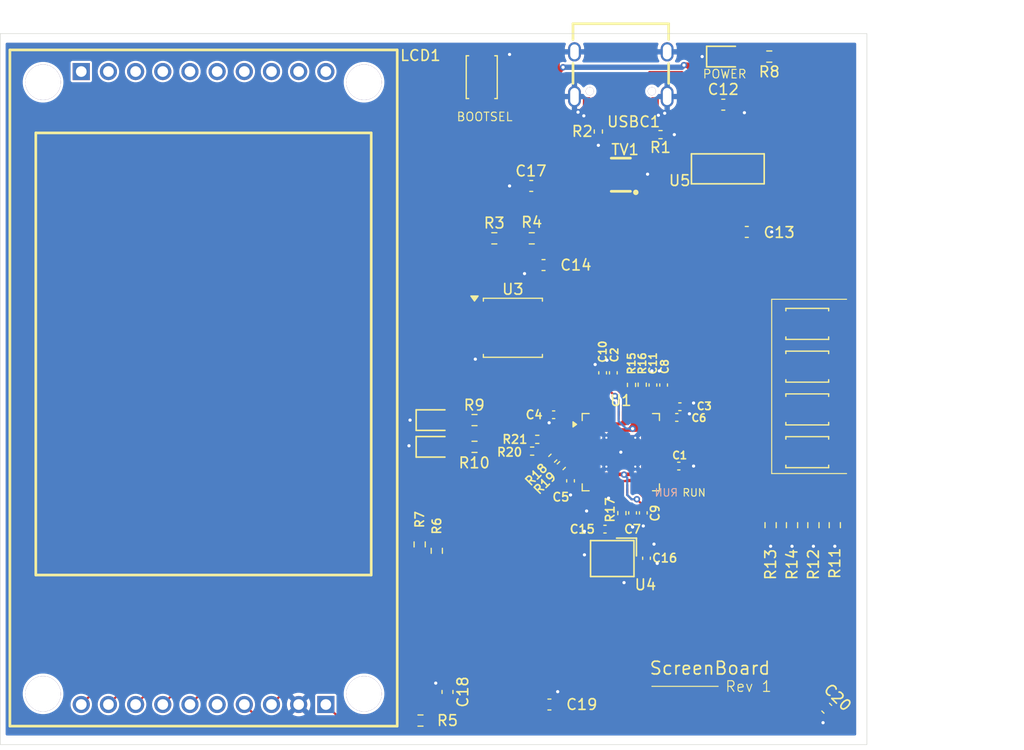
<source format=kicad_pcb>
(kicad_pcb (version 20241229) (generator "pcbnew") (generator_version "9.0")
  (layers (0 "F.Cu" signal) (2 "B.Cu" signal) (13 "F.Paste" user) (15 "B.Paste" user) (5 "F.SilkS" user "F.Silkscreen") (7 "B.SilkS" user "B.Silkscreen") (1 "F.Mask" user) (3 "B.Mask" user) (25 "Edge.Cuts" user))
  (net 0 "")
  (net 1 "GND")
  (net 2 "Net-(D1-Pad2)")
  (net 3 "Net-(D2-Pad2)")
  (net 4 "Net-(D3-Pad2)")
  (net 5 "Net-(LCD1-FCS-Pad14)")
  (net 6 "/LCDCS")
  (net 7 "/LCDDC")
  (net 8 "/SPI0TX")
  (net 11 "+3V3")
  (net 12 "/LCDBLK")
  (net 16 "/LCDRES")
  (net 17 "/SPI0SCK")
  (net 24 "/USBBOOT")
  (net 25 "Net-(S2-B)")
  (net 26 "/GPIO_B1")
  (net 27 "/GPIO_B2")
  (net 28 "Net-(S3-B)")
  (net 29 "/GPIO_B3")
  (net 30 "Net-(S4-B)")
  (net 31 "Net-(S5-B)")
  (net 32 "/GPIO_B4")
  (net 34 "VBUS")
  (net 36 "/USB_D-")
  (net 37 "/USB_D+")
  (net 40 "/QSPI_SS")
  (net 44 "/QSPI_IO3")
  (net 45 "Net-(U1-USB_DM)")
  (net 46 "Net-(U1-USB_DP)")
  (net 48 "+1V1")
  (net 52 "/XOUT")
  (net 55 "/GPIO_LED1")
  (net 59 "/QSPI_CLK")
  (net 60 "/QSPI_IO2")
  (net 62 "/QSPI_IO1")
  (net 66 "/XIN")
  (net 67 "/QSPI_IO0")
  (net 69 "/GPIO_LED2")
  (net 71 "Net-(C16-Pad2)")
  (net 72 "Net-(USBC1-CC2)")
  (net 74 "Net-(USBC1-CC1)")
  (net 76 "Net-(U1-GPIO5)")
  (net 77 "Net-(U1-GPIO6)")
  (net 78 "Net-(U1-GPIO3)")
  (net 79 "Net-(U1-GPIO2)")
  (footprint "PCM_JLCPCB:D_0805" (layer "F.Cu") (at 145.06 105.5)
    (property "Reference" "D3" (hide yes))
    (property "Value" "White")
  )
  (footprint "Capacitor_SMD:C_0603_1608Metric" (layer "F.Cu") (at 155.825 129.6)
    (property "Reference" "C19")
    (property "Value" "1u")
  )
  (footprint "Resistor_SMD:R_0402_1005Metric" (layer "F.Cu") (at 166.21 76.3)
    (property "Reference" "R1")
    (property "Value" "5.1K")
  )
  (footprint "Resistor_SMD:R_0603_1608Metric" (layer "F.Cu") (at 178.5 112.825 -90)
    (property "Reference" "R14")
    (property "Value" "1k")
  )
  (footprint "Resistor_SMD:R_0603_1608Metric" (layer "F.Cu") (at 176.375 69 180)
    (property "Reference" "R8")
    (property "Value" "150")
  )
  (footprint "Capacitor_SMD:C_0402_1005Metric" (layer "F.Cu") (at 156.22 102.5 180)
    (property "Reference" "C4")
    (property "Value" "100n")
  )
  (footprint "Capacitor_SMD:C_0402_1005Metric" (layer "F.Cu") (at 168.02 101.75)
    (property "Reference" "C3")
    (property "Value" "100n")
  )
  (footprint "Capacitor_SMD:C_0402_1005Metric" (layer "F.Cu") (at 163.6 111.68 -90)
    (property "Reference" "C7")
    (property "Value" "100n")
  )
  (footprint "Capacitor_SMD:C_0603_1608Metric" (layer "F.Cu") (at 181.748008 129.948008 -45)
    (property "Reference" "C20")
    (property "Value" "10u")
  )
  (footprint "PCM_JLCPCB:D_0805" (layer "F.Cu") (at 172.21 69)
    (property "Reference" "D1" (hide yes))
    (property "Value" "White")
  )
  (footprint "Capacitor_SMD:C_0603_1608Metric" (layer "F.Cu") (at 146.3 128.425 -90)
    (property "Reference" "C18")
    (property "Value" "100n")
  )
  (footprint "Capacitor_SMD:C_0402_1005Metric" (layer "F.Cu") (at 167.92 107.3)
    (property "Reference" "C1")
    (property "Value" "100n")
  )
  (footprint "Capacitor_SMD:C_0402_1005Metric" (layer "F.Cu") (at 164.9 115.92 90)
    (property "Reference" "C16")
    (property "Value" "15p")
  )
  (footprint "PCM_JLCPCB:D_0805" (layer "F.Cu") (at 145.06 103)
    (property "Reference" "D2" (hide yes))
    (property "Value" "White")
  )
  (footprint "Resistor_SMD:R_0402_1005Metric" (layer "F.Cu") (at 163.5 99.71 -90)
    (property "Reference" "R15")
    (property "Value" "27" (hide yes))
  )
  (footprint "Resistor_SMD:R_0603_1608Metric" (layer "F.Cu") (at 148.825 103 180)
    (property "Reference" "R9")
    (property "Value" "150")
  )
  (footprint "Resistor_SMD:R_0402_1005Metric" (layer "F.Cu") (at 154.21 105.9 180)
    (property "Reference" "R20")
    (property "Value" "33")
  )
  (footprint "Capacitor_SMD:C_0603_1608Metric" (layer "F.Cu") (at 174.275 85.4)
    (property "Reference" "C13")
    (property "Value" "10uF")
  )
  (footprint "Resistor_SMD:R_0402_1005Metric" (layer "F.Cu") (at 156.139376 106.560624 -135)
    (property "Reference" "R18")
    (property "Value" "33")
  )
  (footprint "Resistor_SMD:R_0603_1608Metric" (layer "F.Cu") (at 154.175 86 180)
    (property "Reference" "R4")
    (property "Value" "10k")
  )
  (footprint "easyeda2kicad:USB-C_SMD-TYPE-C-31-M-12_1" (layer "F.Cu") (at 162.5 71.0275 180)
    (property "Reference" "USBC1")
    (property "Value" "TYPE-C-31-M-12")
  )
  (footprint "Resistor_SMD:R_0603_1608Metric" (layer "F.Cu") (at 176.5 112.825 -90)
    (property "Reference" "R13")
    (property "Value" "1k")
  )
  (footprint "Resistor_SMD:R_0402_1005Metric" (layer "F.Cu") (at 156.939376 107.260624 -135)
    (property "Reference" "R19")
    (property "Value" "33")
  )
  (footprint "Capacitor_SMD:C_0402_1005Metric" (layer "F.Cu") (at 165.5 99.72 90)
    (property "Reference" "C11")
    (property "Value" "1u")
  )
  (footprint "easyeda2kicad:SOT-23-6_L2.9-W1.6-P0.95-LS2.8-BR" (layer "F.Cu") (at 162.5 80.05)
    (property "Reference" "TV1")
    (property "Value" "SRV05-4-P-T7")
  )
  (footprint "Capacitor_SMD:C_0603_1608Metric" (layer "F.Cu") (at 154.125 81.1 180)
    (property "Reference" "C17")
    (property "Value" "10u")
  )
  (footprint "Capacitor_SMD:C_0402_1005Metric" (layer "F.Cu") (at 167.73 102.75)
    (property "Reference" "C6")
    (property "Value" "100n")
  )
  (footprint "easyeda2kicad:CRYSTAL-SMD_4P-L3.2-W2.5-BL" (layer "F.Cu") (at 161.7 115.95 180)
    (property "Reference" "U4")
    (property "Value" "ABM8-272-T3_C20625731")
  )
  (footprint "Capacitor_SMD:C_0402_1005Metric" (layer "F.Cu") (at 161.8 98.58 90)
    (property "Reference" "C2")
    (property "Value" "100n")
  )
  (footprint "Resistor_SMD:R_0402_1005Metric" (layer "F.Cu") (at 154.69 104.8 180)
    (property "Reference" "R21")
    (property "Value" "33")
  )
  (footprint "Resistor_SMD:R_0603_1608Metric" (layer "F.Cu") (at 143.7 114.625 -90)
    (property "Reference" "R7")
    (property "Value" "10k")
  )
  (footprint "Package_DFN_QFN:QFN-56-1EP_7x7mm_P0.4mm_EP3.2x3.2mm_ThermalVias" (layer "F.Cu") (at 162.5 106)
    (property "Reference" "U1")
    (property "Value" "RP2040")
  )
  (footprint "Resistor_SMD:R_0603_1608Metric" (layer "F.Cu") (at 182.5 112.825 -90)
    (property "Reference" "R11")
    (property "Value" "1k")
  )
  (footprint "Capacitor_SMD:C_0603_1608Metric" (layer "F.Cu") (at 172.075 73.5)
    (property "Reference" "C12")
    (property "Value" "10uF")
  )
  (footprint "easyeda2kicad:LCD-TH_HS20S010B" (layer "F.Cu") (at 123.5 100)
    (property "Reference" "LCD1")
    (property "Value" "HS20S010B")
  )
  (footprint "PCM_JLCPCB:SW_TS-1088-AR02016" (layer "F.Cu") (at 179.925 98)
    (property "Reference" "S4" (hide yes))
    (property "Value" "Tactile Button, 160gf")
  )
  (footprint "PCM_JLCPCB:SW_TS-1088-AR02016" (layer "F.Cu") (at 149.5 70.925 -90)
    (property "Reference" "S1" (hide yes))
    (property "Value" "Tactile Button, 160gf")
  )
  (footprint "Capacitor_SMD:C_0402_1005Metric" (layer "F.Cu") (at 166.5 99.72 90)
    (property "Reference" "C8")
    (property "Value" "1u")
  )
  (footprint "PCM_JLCPCB:SW_TS-1088-AR02016" (layer "F.Cu") (at 179.925 102)
    (property "Reference" "S3" (hide yes))
    (property "Value" "Tactile Button, 160gf")
  )
  (footprint "Resistor_SMD:R_0603_1608Metric" (layer "F.Cu") (at 150.675 86)
    (property "Reference" "R3")
    (property "Value" "1k")
  )
  (footprint "easyeda2kicad:SOT-223_L6.5-W3.5-P2.30-LS7.0-BR" (layer "F.Cu") (at 172.5 79.5 90)
    (property "Reference" "U5")
    (property "Value" "NCP1117LPST33T3G")
  )
  (footprint "Capacitor_SMD:C_0603_1608Metric" (layer "F.Cu") (at 155.275 88.5 180)
    (property "Reference" "C14")
    (property "Value" "100n")
  )
  (footprint "Capacitor_SMD:C_0402_1005Metric" (layer "F.Cu") (at 164.6 111.68 -90)
    (property "Reference" "C9")
    (property "Value" "100n")
  )
  (footprint "Resistor_SMD:R_0603_1608Metric" (layer "F.Cu") (at 145.3 115.225 90)
    (property "Reference" "R6")
    (property "Value" "10k")
  )
  (footprint "Resistor_SMD:R_0603_1608Metric" (layer "F.Cu") (at 148.825 105.5 180)
    (property "Reference" "R10")
    (property "Value" "150")
  )
  (footprint "Resistor_SMD:R_0402_1005Metric" (layer "F.Cu") (at 160.4 76.01 -90)
    (property "Reference" "R2")
    (property "Value" "5.1K")
  )
  (footprint "Capacitor_SMD:C_0402_1005Metric" (layer "F.Cu") (at 160.8 98.58 90)
    (property "Reference" "C10")
    (property "Value" "100n")
  )
  (footprint "Capacitor_SMD:C_0402_1005Metric" (layer "F.Cu") (at 157.8 108.68 -90)
    (property "Reference" "C5")
    (property "Value" "100n")
  )
  (footprint "Resistor_SMD:R_0402_1005Metric" (layer "F.Cu") (at 162.6 111.7 -90)
    (property "Reference" "R17")
    (property "Value" "1K")
  )
  (footprint "Package_SO:SOIC-8_5.3x5.3mm_P1.27mm" (layer "F.Cu") (at 152.4125 94.365)
    (property "Reference" "U3")
    (property "Value" "W25Q16JVSS")
  )
  (footprint "Resistor_SMD:R_0402_1005Metric" (layer "F.Cu") (at 164.5 99.69 90)
    (property "Reference" "R16")
    (property "Value" "27" (hide yes))
  )
  (footprint "Resistor_SMD:R_0603_1608Metric" (layer "F.Cu") (at 180.5 112.825 -90)
    (property "Reference" "R12")
    (property "Value" "1k")
  )
  (footprint "PCM_JLCPCB:SW_TS-1088-AR02016" (layer "F.Cu") (at 179.925 94)
    (property "Reference" "S5" (hide yes))
    (property "Value" "Tactile Button, 160gf")
  )
  (footprint "Capacitor_SMD:C_0402_1005Metric" (layer "F.Cu") (at 161.02 113.2)
    (property "Reference" "C15")
    (property "Value" "15p")
  )
  (footprint "Resistor_SMD:R_0603_1608Metric" (layer "F.Cu") (at 143.775 131.1)
    (property "Reference" "R5")
    (property "Value" "10k")
  )
  (footprint "PCM_JLCPCB:SW_TS-1088-AR02016" (layer "F.Cu") (at 179.925 106)
    (property "Reference" "S2" (hide yes))
    (property "Value" "Tactile Button, 160gf")
  )
  (gr_line (start 176.6 91.7) (end 176.6 108) (stroke (width 0.1)) (layer "F.SilkS"))
  (gr_line (start 176.6 108) (end 183.6 108) (stroke (width 0.1)) (layer "F.SilkS"))
  (gr_line (start 171.6 127.9) (end 165.4 127.9) (stroke (width 0.1)) (layer "F.SilkS"))
  (gr_line (start 176.6 91.7) (end 183.6 91.7) (stroke (width 0.1)) (layer "F.SilkS"))
  (gr_rect (start 104.5 66.85) (end 185.5 133.35) (stroke (width 0.05)) (fill no) (layer "Edge.Cuts"))
  (gr_text "BOOTSEL" (at 147.1 75.1 0) (layer "F.SilkS") (effects (font (size 0.8 0.8) (thickness 0.1)) (justify left bottom)))
  (gr_text "POWER" (at 170.1 71.1 0) (layer "F.SilkS") (effects (font (size 0.8 0.8) (thickness 0.1)) (justify left bottom)))
  (gr_text "ScreenBoard" (at 165.1 126.9 0) (layer "F.SilkS") (effects (font (size 1.2 1.2)) (justify left bottom)))
  (gr_text "Rev 1" (at 172.2 128.5 0) (layer "F.SilkS") (effects (font (size 1 1) (thickness 0.1)) (justify left bottom)))
  (gr_text "RUN" (at 168.2 110.2 0) (layer "F.SilkS") (effects (font (size 0.7 0.7) (thickness 0.1)) (justify left bottom)))
  (gr_text "RUN" (at 167.9 110.2 0) (layer "B.SilkS") (effects (font (size 0.7 0.7) (thickness 0.1)) (justify left bottom mirror)))
  (segment (start 154.3 88.5) (end 153.5 89.3) (width 0.2) (layer "F.Cu") (net 1))
  (segment (start 168.21 102.75) (end 168.572182 102.75) (width 0.2) (layer "F.Cu") (net 1))
  (segment (start 159.3 73.4975) (end 159.3 74.28076) (width 0.2) (layer "F.Cu") (net 1))
  (segment (start 154.5 88.5) (end 154.3 88.5) (width 0.2) (layer "F.Cu") (net 1))
  (segment (start 159.2025 73.4975) (end 158.5 74.2) (width 0.2) (layer "F.Cu") (net 1))
  (segment (start 148.825 97.225) (end 148.9 97.3) (width 0.2) (layer "F.Cu") (net 1))
  (segment (start 165.7 73.4975) (end 165.7 74.18076) (width 0.2) (layer "F.Cu") (net 1))
  (segment (start 155.8 103.22) (end 155.8 103.25) (width 0.2) (layer "F.Cu") (net 1))
  (segment (start 160.4 76.52) (end 160.4 77.3) (width 0.2) (layer "F.Cu") (net 1))
  (segment (start 160.4 98.1) (end 160.1 97.8) (width 0.2) (layer "F.Cu") (net 1))
  (segment (start 166.72 76.3) (end 167.5 76.3) (width 0.2) (layer "F.Cu") (net 1))
  (segment (start 165.5 98.5) (end 165.4 98.4) (width 0.2) (layer "F.Cu") (net 1))
  (segment (start 166.5 99.24) (end 166.5 98.8) (width 0.2) (layer "F.Cu") (net 1))
  (segment (start 178.5 113.65) (end 178.5 114.8) (width 0.2) (layer "F.Cu") (net 1))
  (segment (start 161.8 98) (end 161.2 97.4) (width 0.2) (layer "F.Cu") (net 1))
  (segment (start 165.5 99.24) (end 165.5 98.5) (width 0.2) (layer "F.Cu") (net 1))
  (segment (start 149.5 68.85) (end 152.05 68.85) (width 0.2) (layer "F.Cu") (net 1))
  (segment (start 161.5 109.4375) (end 161.5 110.15) (width 0.2) (layer "F.Cu") (net 1))
  (segment (start 180.5 113.65) (end 180.5 114.8) (width 0.2) (layer "F.Cu") (net 1))
  (segment (start 165.7975 73.4975) (end 166.6 74.3) (width 0.2) (layer "F.Cu") (net 1))
  (segment (start 164.6 112.16) (end 164.6 112.9) (width 0.2) (layer "F.Cu") (net 1))
  (segment (start 152.05 68.85) (end 152.1 68.8) (width 0.2) (layer "F.Cu") (net 1))
  (segment (start 163.85 80.05) (end 164.95 80.05) (width 0.2) (layer "F.Cu") (net 1))
  (segment (start 155.74 103.16) (end 155.8 103.22) (width 0.2) (layer "F.Cu") (net 1))
  (segment (start 161.5 110.15) (end 161.35 110.3) (width 0.2) (layer "F.Cu") (net 1))
  (segment (start 175.05 85.4) (end 176.6 85.4) (width 0.2) (layer "F.Cu") (net 1))
  (segment (start 155.74 102.5) (end 155.74 103.16) (width 0.2) (layer "F.Cu") (net 1))
  (segment (start 181.4 131.3) (end 181.492032 131.3) (width 0.2) (layer "F.Cu") (net 1))
  (segment (start 157.8 109.16) (end 157.8 110) (width 0.2) (layer "F.Cu") (net 1))
  (segment (start 168.5 101.75) (end 168.95 101.75) (width 0.2) (layer "F.Cu") (net 1))
  (segment (start 168.95 101.75) (end 169.3 101.4) (width 0.2) (layer "F.Cu") (net 1))
  (segment (start 164.95 80.05) (end 165 80) (width 0.2) (layer "F.Cu") (net 1))
  (segment (start 173.3 73.5) (end 174.8 75) (width 0.2) (layer "F.Cu") (net 1))
  (segment (start 168.391091 102.931091) (end 168.21 102.75) (width 0.2) (layer "F.Cu") (net 1))
  (segment (start 160.8 98.1) (end 160.4 98.1) (width 0.2) (layer "F.Cu") (net 1))
  (segment (start 153.35 81.1) (end 152.1 81.1) (width 0.2) (layer "F.Cu") (net 1))
  (segment (start 168.4 107.3) (end 169.3 107.3) (width 0.2) (layer "F.Cu") (net 1))
  (segment (start 171.27 69) (end 170.1 69) (width 0.2) (layer "F.Cu") (net 1))
  (segment (start 172.85 73.5) (end 173.3 73.5) (width 0.2) (layer "F.Cu") (net 1))
  (segment (start 159.3 73.4975) (end 159.2025 73.4975) (width 0.2) (layer "F.Cu") (net 1))
  (segment (start 168.572182 102.75) (end 168.911091 102.411091) (width 0.2) (layer "F.Cu") (net 1))
  (segment (start 142.8 105.5) (end 142.7 105.4) (width 0.2) (layer "F.Cu") (net 1))
  (segment (start 161.8 98.1) (end 161.8 98) (width 0.2) (layer "F.Cu") (net 1))
  (segment (start 165.7 74.18076) (end 166.00962 74.49038) (width 0.2) (layer "F.Cu") (net 1))
  (segment (start 163.6 112.16) (end 163.6 113) (width 0.2) (layer "F.Cu") (net 1))
  (segment (start 176.5 113.65) (end 176.5 114.8) (width 0.2) (layer "F.Cu") (net 1))
  (segment (start 146.3 127.65) (end 145.25 127.65) (width 0.2) (layer "F.Cu") (net 1))
  (segment (start 165.7 73.4975) (end 165.7975 73.4975) (width 0.2) (layer "F.Cu") (net 1))
  (segment (start 181.492032 131.3) (end 182.296016 130.496016) (width 0.2) (layer "F.Cu") (net 1))
  (segment (start 144.12 103) (end 142.8 103) (width 0.2) (layer "F.Cu") (net 1))
  (segment (start 156.6 129.6) (end 156.6 128.4) (width 0.2) (layer "F.Cu") (net 1))
  (segment (start 174.8 75) (end 174.8 76.64) (width 0.2) (layer "F.Cu") (net 1))
  (segment (start 182.5 113.65) (end 182.5 114.8) (width 0.2) (layer "F.Cu") (net 1))
  (segment (start 144.12 105.5) (end 142.8 105.5) (width 0.2) (layer "F.Cu") (net 1))
  (segment (start 148.825 96.27) (end 148.825 97.225) (width 0.2) (layer "F.Cu") (net 1))
  (segment (start 145.25 127.65) (end 145.2 127.6) (width 0.2) (layer "F.Cu") (net 1))
  (segment (start 166.5 98.8) (end 166.1 98.4) (width 0.2) (layer "F.Cu") (net 1))
  (segment (start 159.3 74.28076) (end 159.04038 74.54038) (width 0.2) (layer "F.Cu") (net 1))
  (via (at 159.1 115.6) (size 0.6) (drill 0.3) (layers "F.Cu" "B.Cu") (net 1))
  (via (at 162.5 106) (size 0.6) (drill 0.3) (layers "F.Cu" "B.Cu") (net 1))
  (via (at 165.4 98.4) (size 0.6) (drill 0.3) (layers "F.Cu" "B.Cu") (net 1))
  (via (at 165 80) (size 0.6) (drill 0.3) (layers "F.Cu" "B.Cu") (net 1))
  (via (at 170.1 69) (size 0.6) (drill 0.3) (layers "F.Cu" "B.Cu") (net 1))
  (via (at 174.05 74.25) (size 0.6) (drill 0.3) (layers "F.Cu" "B.Cu") (net 1))
  (via (at 181.4 131.3) (size 0.6) (drill 0.3) (layers "F.Cu" "B.Cu") (net 1))
  (via (at 164.6 112.9) (size 0.6) (drill 0.3) (layers "F.Cu" "B.Cu") (net 1))
  (via (at 148.9 97.3) (size 0.6) (drill 0.3) (layers "F.Cu" "B.Cu") (net 1))
  (via (at 178.5 114.8) (size 0.6) (drill 0.3) (layers "F.Cu" "B.Cu") (net 1))
  (via (at 142.8 103) (size 0.6) (drill 0.3) (layers "F.Cu" "B.Cu") (net 1))
  (via (at 160.4 77.3) (size 0.6) (drill 0.3) (layers "F.Cu" "B.Cu") (net 1))
  (via (at 159.1 113.4) (size 0.6) (drill 0.3) (layers "F.Cu" "B.Cu") (net 1))
  (via (at 160.1 97.8) (size 0.6) (drill 0.3) (layers "F.Cu" "B.Cu") (net 1))
  (via (at 161.35 110.3) (size 0.6) (drill 0.3) (layers "F.Cu" "B.Cu") (net 1))
  (via (at 166.6 74.3) (size 0.6) (drill 0.3) (layers "F.Cu" "B.Cu") (net 1))
  (via (at 152.1 68.8) (size 0.6) (drill 0.3) (layers "F.Cu" "B.Cu") (net 1))
  (via (at 156.6 128.4) (size 0.6) (drill 0.3) (layers "F.Cu" "B.Cu") (net 1))
  (via (at 155.8 103.25) (size 0.6) (drill 0.3) (layers "F.Cu" "B.Cu") (net 1))
  (via (at 167.5 76.3) (size 0.6) (drill 0.3) (layers "F.Cu" "B.Cu") (net 1))
  (via (at 166.00962 74.49038) (size 0.6) (drill 0.3) (layers "F.Cu" "B.Cu") (net 1))
  (via (at 159.3 111.5) (size 0.6) (drill 0.3) (layers "F.Cu" "B.Cu") (net 1))
  (via (at 157.8 110) (size 0.6) (drill 0.3) (layers "F.Cu" "B.Cu") (net 1))
  (via (at 169.3 107.3) (size 0.6) (drill 0.3) (layers "F.Cu" "B.Cu") (net 1))
  (via (at 180.5 114.8) (size 0.6) (drill 0.3) (layers "F.Cu" "B.Cu") (net 1))
  (via (at 165.9 116.4) (size 0.6) (drill 0.3) (layers "F.Cu" "B.Cu") (net 1))
  (via (at 145.2 127.6) (size 0.6) (drill 0.3) (layers "F.Cu" "B.Cu") (net 1))
  (via (at 168.911091 102.411091) (size 0.6) (drill 0.3) (layers "F.Cu" "B.Cu") (net 1))
  (via (at 182.5 114.8) (size 0.6) (drill 0.3) (layers "F.Cu" "B.Cu") (net 1))
  (via (at 176.5 114.8) (size 0.6) (drill 0.3) (layers "F.Cu" "B.Cu") (net 1))
  (via (at 161.2 97.4) (size 0.6) (drill 0.3) (layers "F.Cu" "B.Cu") (net 1))
  (via (at 176.6 85.4) (size 0.6) (drill 0.3) (layers "F.Cu" "B.Cu") (net 1))
  (via (at 163.6 113) (size 0.6) (drill 0.3) (layers "F.Cu" "B.Cu") (net 1))
  (via (at 169.3 101.4) (size 0.6) (drill 0.3) (layers "F.Cu" "B.Cu") (net 1))
  (via (at 159.04038 74.54038) (size 0.6) (drill 0.3) (layers "F.Cu" "B.Cu") (net 1))
  (via (at 153.5 89.3) (size 0.6) (drill 0.3) (layers "F.Cu" "B.Cu") (net 1))
  (via (at 142.7 105.4) (size 0.6) (drill 0.3) (layers "F.Cu" "B.Cu") (net 1))
  (via (at 152.1 81.1) (size 0.6) (drill 0.3) (layers "F.Cu" "B.Cu") (net 1))
  (via (at 165.6 114.6) (size 0.6) (drill 0.3) (layers "F.Cu" "B.Cu") (net 1))
  (via (at 166.1 98.4) (size 0.6) (drill 0.3) (layers "F.Cu" "B.Cu") (net 1))
  (via (at 158.5 74.2) (size 0.6) (drill 0.3) (layers "F.Cu" "B.Cu") (net 1))
  (via (at 162.8 118.2) (size 0.6) (drill 0.3) (layers "F.Cu" "B.Cu") (net 1))
  (segment (start 175.55 69) (end 173.15 69) (width 0.2) (layer "F.Cu") (net 2))
  (segment (start 146 103) (end 148 103) (width 0.2) (layer "F.Cu") (net 3))
  (segment (start 146 105.5) (end 148 105.5) (width 0.2) (layer "F.Cu") (net 4))
  (segment (start 127.31 129.6) (end 128.81 131.1) (width 0.2) (layer "F.Cu") (net 5))
  (segment (start 128.81 131.1) (end 142.95 131.1) (width 0.2) (layer "F.Cu") (net 5))
  (segment (start 143.7 115.45) (end 143.85 115.3) (width 0.2) (layer "F.Cu") (net 6))
  (segment (start 143.85 115.3) (end 146.7 115.3) (width 0.2) (layer "F.Cu") (net 6))
  (segment (start 152.1 105.6) (end 152.9 104.8) (width 0.2) (layer "F.Cu") (net 6))
  (segment (start 124.47 117.2) (end 141.4 117.2) (width 0.2) (layer "F.Cu") (net 6))
  (segment (start 143.15 115.45) (end 143.7 115.45) (width 0.2) (layer "F.Cu") (net 6))
  (segment (start 112.07 129.6) (end 124.47 117.2) (width 0.2) (layer "F.Cu") (net 6))
  (segment (start 141.4 117.2) (end 143.15 115.45) (width 0.2) (layer "F.Cu") (net 6))
  (segment (start 146.7 115.3) (end 152.1 109.9) (width 0.2) (layer "F.Cu") (net 6))
  (segment (start 152.9 104.8) (end 154.18 104.8) (width 0.2) (layer "F.Cu") (net 6))
  (segment (start 152.1 109.9) (end 152.1 105.6) (width 0.2) (layer "F.Cu") (net 6))
  (segment (start 153.1 108.7) (end 156.4 105.4) (width 0.2) (layer "F.Cu") (net 7))
  (segment (start 125.75 121) (end 146.5 121) (width 0.2) (layer "F.Cu") (net 7))
  (segment (start 156.4 105.4) (end 159.0625 105.4) (width 0.2) (layer "F.Cu") (net 7))
  (segment (start 117.15 129.6) (end 125.75 121) (width 0.2) (layer "F.Cu") (net 7))
  (segment (start 153.1 114.4) (end 153.1 108.7) (width 0.2) (layer "F.Cu") (net 7))
  (segment (start 146.5 121) (end 153.1 114.4) (width 0.2) (layer "F.Cu") (net 7))
  (segment (start 119.69 129.6) (end 126.59 122.7) (width 0.2) (layer "F.Cu") (net 8))
  (segment (start 126.59 122.7) (end 126.6 122.7) (width 0.2) (layer "F.Cu") (net 8))
  (segment (start 154.1 114.6) (end 154.1 108.6) (width 0.2) (layer "F.Cu") (net 8))
  (segment (start 127.5 121.8) (end 146.9 121.8) (width 0.2) (layer "F.Cu") (net 8))
  (segment (start 146.9 121.8) (end 154.1 114.6) (width 0.2) (layer "F.Cu") (net 8))
  (segment (start 154.1 108.6) (end 155.778752 106.921248) (width 0.2) (layer "F.Cu") (net 8))
  (segment (start 126.6 122.7) (end 127.5 121.8) (width 0.2) (layer "F.Cu") (net 8))
  (segment (start 162.7 101.6) (end 162.8 101.5) (width 0.2) (layer "F.Cu") (net 11))
  (segment (start 162.7 108.9) (end 162.6 108.8) (width 0.2) (layer "F.Cu") (net 11))
  (segment (start 164.3 109.902064) (end 164.697936 110.3) (width 0.2) (layer "F.Cu") (net 11))
  (segment (start 140.7 110.8) (end 143.7 113.8) (width 0.5) (layer "F.Cu") (net 11))
  (segment (start 156.7 102.5) (end 157 102.5) (width 0.2) (layer "F.Cu") (net 11))
  (segment (start 156 92.46) (end 156 88.55) (width 0.2) (layer "F.Cu") (net 11))
  (segment (start 162.7 102.5625) (end 162.7 103) (width 0.2) (layer "F.Cu") (net 11))
  (segment (start 162.7 102.5625) (end 162.7 101.6) (width 0.2) (layer "F.Cu") (net 11))
  (segment (start 156.7 102.5) (end 156.7 102.38103) (width 0.5) (layer "F.Cu") (net 11))
  (segment (start 144.4 129.7) (end 144.5 129.6) (width 0.2) (layer "F.Cu") (net 11))
  (segment (start 140.7 103) (end 140.7 110.8) (width 0.5) (layer "F.Cu") (net 11))
  (segment (start 163.1 102.5625) (end 163.1 101.8) (width 0.2) (layer "F.Cu") (net 11))
  (segment (start 156 88.55) (end 156.05 88.5) (width 0.2) (layer "F.Cu") (net 11))
  (segment (start 155.41897 101.1) (end 142.6 101.1) (width 0.5) (layer "F.Cu") (net 11))
  (segment (start 142.6 101.1) (end 140.7 103) (width 0.5) (layer "F.Cu") (net 11))
  (segment (start 165.2 107) (end 165.1 107.1) (width 0.2) (layer "F.Cu") (net 11))
  (segment (start 157.9 103.4) (end 159.0625 103.4) (width 0.2) (layer "F.Cu") (net 11))
  (segment (start 159.8 107) (end 159.9 106.9) (width 0.2) (layer "F.Cu") (net 11))
  (segment (start 168.7 69.8) (end 170.1 71.2) (width 0.5) (layer "F.Cu") (net 11))
  (segment (start 162.7 109.4375) (end 162.7 108.9) (width 0.2) (layer "F.Cu") (net 11))
  (segment (start 135.931 130.601) (end 140.799 130.601) (width 0.2) (layer "F.Cu") (net 11))
  (segment (start 159.0625 103.4) (end 159.8 103.4) (width 0.2) (layer "F.Cu") (net 11))
  (segment (start 159.8 103.4) (end 159.9 103.5) (width 0.2) (layer "F.Cu") (net 11))
  (segment (start 158.6 107) (end 159.0625 107) (width 0.2) (layer "F.Cu") (net 11))
  (segment (start 159.0625 107) (end 159.8 107) (width 0.2) (layer "F.Cu") (net 11))
  (segment (start 156.7 70.4) (end 156.2 70.4) (width 0.5) (layer "F.Cu") (net 11))
  (segment (start 157 102.5) (end 157.9 103.4) (width 0.2) (layer "F.Cu") (net 11))
  (segment (start 157.8 108.2) (end 158.1 107.9) (width 0.2) (layer "F.Cu") (net 11))
  (segment (start 168.7 69.8) (end 168.4 69.8) (width 0.5) (layer "F.Cu") (net 11))
  (segment (start 162.8 101.5) (end 162.8 100.8) (width 0.2) (layer "F.Cu") (net 11))
  (segment (start 134.93 129.6) (end 135.931 130.601) (width 0.2) (layer "F.Cu") (net 11))
  (segment (start 161.8 99.8) (end 161.8 99.06) (width 0.2) (layer "F.Cu") (net 11))
  (segment (start 162.7 103) (end 162.8 103.1) (width 0.2) (layer "F.Cu") (net 11))
  (segment (start 164.697936 110.3) (end 168.1 110.3) (width 0.2) (layer "F.Cu") (net 11))
  (segment (start 162.8 100.8) (end 161.8 99.8) (width 0.2) (layer "F.Cu") (net 11))
  (segment (start 141.7 129.7) (end 144.4 129.7) (width 0.2) (layer "F.Cu") (net 11))
  (segment (start 158.1 107.5) (end 158.6 107) (width 0.2) (layer "F.Cu") (net 11))
  (segment (start 164.3 108.8) (end 164.4 108.7) (width 0.2) (layer "F.Cu") (net 11))
  (segment (start 156.7 102.38103) (end 155.41897 101.1) (width 0.5) (layer "F.Cu") (net 11))
  (segment (start 167.44 107.3) (end 167.14 107) (width 0.2) (layer "F.Cu") (net 11))
  (segment (start 162.7 110.3) (end 163.6 111.2) (width 0.2) (layer "F.Cu") (net 11))
  (segment (start 157.1 70) (end 156.7 70.4) (width 0.5) (layer "F.Cu") (net 11))
  (segment (start 144.7 113.8) (end 145.3 114.4) (width 0.5) (layer "F.Cu") (net 11))
  (segment (start 143.7 113.8) (end 144.7 113.8) (width 0.5) (layer "F.Cu") (net 11))
  (segment (start 163.1 103) (end 163 103.1) (width 0.2) (layer "F.Cu") (net 11))
  (segment (start 140.799 130.601) (end 141.7 129.7) (width 0.2) (layer "F.Cu") (net 11))
  (segment (start 165.9375 103.4) (end 166.2 103.4) (width 0.2) (layer "F.Cu") (net 11))
  (segment (start 163.1 102.5625) (end 163.1 103) (width 0.2) (layer "F.Cu") (net 11))
  (segment (start 164.3 109.4375) (end 164.3 109.902064) (width 0.2) (layer "F.Cu") (net 11))
  (segment (start 162.7 109.4375) (end 162.7 110.3) (width 0.2) (layer "F.Cu") (net 11))
  (segment (start 170.1 71.2) (end 173.3 71.2) (width 0.5) (layer "F.Cu") (net 11))
  (segment (start 165.9375 107) (end 165.2 107) (width 0.2) (layer "F.Cu") (net 11))
  (segment (start 173.6 71.2) (end 174.9 72.5) (width 0.5) (layer "F.Cu") (net 11))
  (segment (start 158.1 107.9) (end 158.1 107.5) (width 0.2) (layer "F.Cu") (net 11))
  (segment (start 173.3 71.2) (end 173.6 71.2) (width 0.5) (layer "F.Cu") (net 11))
  (segment (start 164.7 102.5625) (end 164.7 102) (width 0.2) (layer "F.Cu") (net 11))
  (segment (start 164.3 109.4375) (end 164.3 108.8) (width 0.2) (layer "F.Cu") (net 11))
  (segment (start 163.1 101.8) (end 162.8 101.5) (width 0.2) (layer "F.Cu") (net 11))
  (segment (start 167.14 107) (end 165.9375 107) (width 0.2) (layer "F.Cu") (net 11))
  (via (at 157.1 70) (size 0.6) (drill 0.3) (layers "F.Cu" "B.Cu") (net 11))
  (via (at 168.4 69.8) (size 0.6) (drill 0.3) (layers "F.Cu" "B.Cu") (net 11))
  (segment (start 168.2 70) (end 157.1 70) (width 0.5) (layer "B.Cu") (net 11))
  (segment (start 168.4 69.8) (end 168.2 70) (width 0.5) (layer "B.Cu") (net 11))
  (segment (start 129.85 129.6) (end 133.25 126.2) (width 0.2) (layer "F.Cu") (net 12))
  (segment (start 147.7 126.2) (end 156.2 117.7) (width 0.2) (layer "F.Cu") (net 12))
  (segment (start 157.1 108) (end 158.5 106.6) (width 0.2) (layer "F.Cu") (net 12))
  (segment (start 156.2 111) (end 157.1 110.1) (width 0.2) (layer "F.Cu") (net 12))
  (segment (start 156.2 117.7) (end 156.2 111) (width 0.2) (layer "F.Cu") (net 12))
  (segment (start 158.5 106.6) (end 159.0625 106.6) (width 0.2) (layer "F.Cu") (net 12))
  (segment (start 157.1 110.1) (end 157.1 108) (width 0.2) (layer "F.Cu") (net 12))
  (segment (start 133.25 126.2) (end 147.7 126.2) (width 0.2) (layer "F.Cu") (net 12))
  (segment (start 145.3 116.05) (end 145.35 116.05) (width 0.2) (layer "F.Cu") (net 16))
  (segment (start 114.61 129.6) (end 125.21 119) (width 0.2) (layer "F.Cu") (net 16))
  (segment (start 153.4 105.9) (end 153.7 105.9) (width 0.2) (layer "F.Cu") (net 16))
  (segment (start 145.3 116.05) (end 147.05 116.05) (width 0.2) (layer "F.Cu") (net 16))
  (segment (start 147.05 116.05) (end 152.6 110.5) (width 0.2) (layer "F.Cu") (net 16))
  (segment (start 152.6 110.5) (end 152.6 106.7) (width 0.2) (layer "F.Cu") (net 16))
  (segment (start 125.21 119) (end 142.3 119) (width 0.2) (layer "F.Cu") (net 16))
  (segment (start 152.6 106.7) (end 153.4 105.9) (width 0.2) (layer "F.Cu") (net 16))
  (segment (start 142.3 119) (end 145.25 116.05) (width 0.2) (layer "F.Cu") (net 16))
  (segment (start 145.25 116.05) (end 145.3 116.05) (width 0.2) (layer "F.Cu") (net 16))
  (segment (start 127.4 127.6) (end 131 124) (width 0.2) (layer "F.Cu") (net 17))
  (segment (start 131 124) (end 147.2 124) (width 0.2) (layer "F.Cu") (net 17))
  (segment (start 147.2 124) (end 155.3 115.9) (width 0.2) (layer "F.Cu") (net 17))
  (segment (start 124.23 127.6) (end 127.4 127.6) (width 0.2) (layer "F.Cu") (net 17))
  (segment (start 155.3 115.9) (end 155.3 108.9) (width 0.2) (layer "F.Cu") (net 17))
  (segment (start 155.3 108.9) (end 156.578752 107.621248) (width 0.2) (layer "F.Cu") (net 17))
  (segment (start 122.23 129.6) (end 124.23 127.6) (width 0.2) (layer "F.Cu") (net 17))
  (segment (start 149.85 86) (end 149.85 73.35) (width 0.2) (layer "F.Cu") (net 24))
  (segment (start 149.85 73.35) (end 149.5 73) (width 0.2) (layer "F.Cu") (net 24))
  (segment (start 178.5 111) (end 178.5 112) (width 0.2) (layer "F.Cu") (net 25))
  (segment (start 182 106) (end 182 107.5) (width 0.2) (layer "F.Cu") (net 25))
  (segment (start 178.5 111) (end 182 107.5) (width 0.2) (layer "F.Cu") (net 25))
  (segment (start 165.9375 106.6) (end 169.7 106.6) (width 0.2) (layer "F.Cu") (net 26))
  (segment (start 170.3 106) (end 177.85 106) (width 0.2) (layer "F.Cu") (net 26))
  (segment (start 169.7 106.6) (end 170.3 106) (width 0.2) (layer "F.Cu") (net 26))
  (segment (start 168.6 106.2) (end 172.8 102) (width 0.2) (layer "F.Cu") (net 27))
  (segment (start 165.9375 106.2) (end 168.6 106.2) (width 0.2) (layer "F.Cu") (net 27))
  (segment (start 172.8 102) (end 177.85 102) (width 0.2) (layer "F.Cu") (net 27))
  (segment (start 176.5 111) (end 176.5 112) (width 0.2) (layer "F.Cu") (net 28))
  (segment (start 182 102) (end 181.55 102) (width 0.2) (layer "F.Cu") (net 28))
  (segment (start 182 102) (end 180 104) (width 0.2) (layer "F.Cu") (net 28))
  (segment (start 180 104) (end 180 107.5) (width 0.2) (layer "F.Cu") (net 28))
  (segment (start 180 107.5) (end 176.5 111) (width 0.2) (layer "F.Cu") (net 28))
  (segment (start 175.4 98) (end 177.85 98) (width 0.2) (layer "F.Cu") (net 29))
  (segment (start 167.6 105.8) (end 175.4 98) (width 0.2) (layer "F.Cu") (net 29))
  (segment (start 165.9375 105.8) (end 167.6 105.8) (width 0.2) (layer "F.Cu") (net 29))
  (segment (start 183 99) (end 183.099 99.099) (width 0.2) (layer "F.Cu") (net 30))
  (segment (start 183.099 108.5) (end 180.5 111.099) (width 0.2) (layer "F.Cu") (net 30))
  (segment (start 183 98.5) (end 183 99) (width 0.2) (layer "F.Cu") (net 30))
  (segment (start 183.099 99.099) (end 183.099 108.5) (width 0.2) (layer "F.Cu") (net 30))
  (segment (start 182.5 98) (end 183 98.5) (width 0.2) (layer "F.Cu") (net 30))
  (segment (start 182 98) (end 182.5 98) (width 0.2) (layer "F.Cu") (net 30))
  (segment (start 180.5 111.099) (end 180.5 112) (width 0.2) (layer "F.Cu") (net 30))
  (segment (start 182.5 111) (end 183.5 110) (width 0.2) (layer "F.Cu") (net 31))
  (segment (start 183.5 94.5) (end 183 94) (width 0.2) (layer "F.Cu") (net 31))
  (segment (start 182.5 111) (end 182.5 112) (width 0.2) (layer "F.Cu") (net 31))
  (segment (start 183.5 110) (end 183.5 94.5) (width 0.2) (layer "F.Cu") (net 31))
  (segment (start 183 94) (end 182 94) (width 0.2) (layer "F.Cu") (net 31))
  (segment (start 166.7 105.4) (end 177.85 94.25) (width 0.2) (layer "F.Cu") (net 32))
  (segment (start 177.85 94.25) (end 177.85 94) (width 0.2) (layer "F.Cu") (net 32))
  (segment (start 165.9375 105.4) (end 166.7 105.4) (width 0.2) (layer "F.Cu") (net 32))
  (segment (start 165.2 70.5) (end 168.2 70.5) (width 0.3) (layer "F.Cu") (net 34))
  (segment (start 160.1 73.4975) (end 160.1 74.4) (width 0.3) (layer "F.Cu") (net 34))
  (segment (start 159.5 75) (end 159.5 79) (width 0.3) (layer "F.Cu") (net 34))
  (segment (start 160.1 73.4975) (end 160.1 72.83493) (width 0.3) (layer "F.Cu") (net 34))
  (segment (start 163.1 71.3) (end 163.36507 71.3) (width 0.3) (layer "F.Cu") (net 34))
  (segment (start 160.1 74.4) (end 159.5 75) (width 0.3) (layer "F.Cu") (net 34))
  (segment (start 161.63493 71.3) (end 163.1 71.3) (width 0.3) (layer "F.Cu") (net 34))
  (segment (start 168.3 75.3) (end 165.9 75.3) (width 0.3) (layer "F.Cu") (net 34))
  (segment (start 165.9 75.3) (end 164.9 74.3) (width 0.3) (layer "F.Cu") (net 34))
  (segment (start 168.5 75.5) (end 168.3 75.3) (width 0.3) (layer "F.Cu") (net 34))
  (segment (start 164.9 74.3) (end 164.9 73.4975) (width 0.3) (layer "F.Cu") (net 34))
  (segment (start 159.5 79) (end 160.55 80.05) (width 0.3) (layer "F.Cu") (net 34))
  (segment (start 160.55 80.05) (end 161.15 80.05) (width 0.3) (layer "F.Cu") (net 34))
  (segment (start 164.4 71.3) (end 165.2 70.5) (width 0.3) (layer "F.Cu") (net 34))
  (segment (start 160.1 72.83493) (end 161.63493 71.3) (width 0.3) (layer "F.Cu") (net 34))
  (segment (start 168.2 70.5) (end 170.2 72.5) (width 0.3) (layer "F.Cu") (net 34))
  (segment (start 163.1 71.3) (end 164.4 71.3) (width 0.3) (layer "F.Cu") (net 34))
  (segment (start 163.25 72.5955) (end 163.25 73.4975) (width 0.2) (layer "F.Cu") (net 36))
  (segment (start 163.225 76.693198) (end 162.725 77.193198) (width 0.2) (layer "F.Cu") (net 36))
  (segment (start 163.925 95.724999) (end 163.950001 95.75) (width 0.2) (layer "F.Cu") (net 36))
  (segment (start 163.25 73.4975) (end 163.25 74.472501) (width 0.2) (layer "F.Cu") (net 36))
  (segment (start 163.925 87.306802) (end 163.925 95.724999) (width 0.2) (layer "F.Cu") (net 36))
  (segment (start 163.950001 98.630001) (end 164.5 99.18) (width 0.2) (layer "F.Cu") (net 36))
  (segment (start 162.299 72.5465) (end 163.201 72.5465) (width 0.2) (layer "F.Cu") (net 36))
  (segment (start 162.725 80.6) (end 162.725 86.106802) (width 0.2) (layer "F.Cu") (net 36))
  (segment (start 162.725 86.106802) (end 163.925 87.306802) (width 0.2) (layer "F.Cu") (net 36))
  (segment (start 163.225 74.497501) (end 163.225 76.693198) (width 0.2) (layer "F.Cu") (net 36))
  (segment (start 163.25 74.472501) (end 163.225 74.497501) (width 0.2) (layer "F.Cu") (net 36))
  (segment (start 163.201 72.5465) (end 163.25 72.5955) (width 0.2) (layer "F.Cu") (net 36))
  (segment (start 162.725 77.193198) (end 162.725 80.6) (width 0.2) (layer "F.Cu") (net 36))
  (segment (start 162.25 72.5955) (end 162.299 72.5465) (width 0.2) (layer "F.Cu") (net 36))
  (segment (start 163.950001 95.75) (end 163.950001 98.630001) (width 0.2) (layer "F.Cu") (net 36))
  (segment (start 163.85 81) (end 163.125 81) (width 0.2) (layer "F.Cu") (net 36))
  (segment (start 162.25 73.4975) (end 162.25 72.5955) (width 0.2) (layer "F.Cu") (net 36))
  (segment (start 163.125 81) (end 162.725 80.6) (width 0.2) (layer "F.Cu") (net 36))
  (segment (start 161.799 74.4485) (end 162.6015 74.4485) (width 0.2) (layer "F.Cu") (net 37))
  (segment (start 162.75 74.3) (end 162.75 73.4975) (width 0.2) (layer "F.Cu") (net 37))
  (segment (start 163.475 87.493198) (end 163.475 88.510789) (width 0.2) (layer "F.Cu") (net 37))
  (segment (start 162.275 80.6) (end 162.275 86.293198) (width 0.2) (layer "F.Cu") (net 37))
  (segment (start 163.241936 89.255749) (end 163.241936 89.622685) (width 0.2) (layer "F.Cu") (net 37))
  (segment (start 161.75 73.4975) (end 161.75 74.3995) (width 0.2) (layer "F.Cu") (net 37))
  (segment (start 163.475 88.510789) (end 163.475 88.652661) (width 0.2) (layer "F.Cu") (net 37))
  (segment (start 163.475 90.672869) (end 163.475 95.897205) (width 0.2) (layer "F.Cu") (net 37))
  (segment (start 163.475 89.855749) (end 163.475 90.222685) (width 0.2) (layer "F.Cu") (net 37))
  (segment (start 162.775 76.506802) (end 162.275 77.006802) (width 0.2) (layer "F.Cu") (net 37))
  (segment (start 163.5 95.922205) (end 163.5 99.2) (width 0.2) (layer "F.Cu") (net 37))
  (segment (start 162.6015 74.4485) (end 162.75 74.3) (width 0.2) (layer "F.Cu") (net 37))
  (segment (start 161.75 74.3995) (end 161.799 74.4485) (width 0.2) (layer "F.Cu") (net 37))
  (segment (start 163.475 88.652661) (end 163.475 89.022685) (width 0.2) (layer "F.Cu") (net 37))
  (segment (start 162.275 86.293198) (end 163.475 87.493198) (width 0.2) (layer "F.Cu") (net 37))
  (segment (start 163.475 95.897205) (end 163.5 95.922205) (width 0.2) (layer "F.Cu") (net 37))
  (segment (start 162.75 73.4975) (end 162.75 74.472501) (width 0.2) (layer "F.Cu") (net 37))
  (segment (start 162.775 74.497501) (end 162.775 76.506802) (width 0.2) (layer "F.Cu") (net 37))
  (segment (start 163.475 90.222685) (end 163.475 90.672869) (width 0.2) (layer "F.Cu") (net 37))
  (segment (start 161.875 81) (end 162.275 80.6) (width 0.2) (layer "F.Cu") (net 37))
  (segment (start 162.275 77.006802) (end 162.275 80.6) (width 0.2) (layer "F.Cu") (net 37))
  (segment (start 161.15 81) (end 161.875 81) (width 0.2) (layer "F.Cu") (net 37))
  (segment (start 162.75 74.472501) (end 162.775 74.497501) (width 0.2) (layer "F.Cu") (net 37))
  (arc (start 163.475 89.022685) (mid 163.440869 89.105086) (end 163.358468 89.139217) (width 0.2) (layer "F.Cu") (net 37))
  (arc (start 163.241936 89.622685) (mid 163.276067 89.705086) (end 163.358468 89.739217) (width 0.2) (layer "F.Cu") (net 37))
  (arc (start 163.358468 89.739217) (mid 163.440869 89.773348) (end 163.475 89.855749) (width 0.2) (layer "F.Cu") (net 37))
  (arc (start 163.358468 89.139217) (mid 163.276067 89.173348) (end 163.241936 89.255749) (width 0.2) (layer "F.Cu") (net 37))
  (segment (start 159.9 102.5625) (end 159.0625 102.5625) (width 0.15) (layer "F.Cu") (net 40))
  (segment (start 148.825 92.46) (end 148.825 91.675) (width 0.2) (layer "F.Cu") (net 40))
  (segment (start 148 100.2) (end 145.5 97.7) (width 0.15) (layer "F.Cu") (net 40))
  (segment (start 153.35 86) (end 151.5 86) (width 0.2) (layer "F.Cu") (net 40))
  (segment (start 145.5 95) (end 148.04 92.46) (width 0.15) (layer "F.Cu") (net 40))
  (segment (start 148.825 91.675) (end 151.5 89) (width 0.2) (layer "F.Cu") (net 40))
  (segment (start 156.7 100.2) (end 148 100.2) (width 0.15) (layer "F.Cu") (net 40))
  (segment (start 145.5 97.7) (end 145.5 95) (width 0.15) (layer "F.Cu") (net 40))
  (segment (start 151.5 89) (end 151.5 86) (width 0.2) (layer "F.Cu") (net 40))
  (segment (start 148.04 92.46) (end 148.825 92.46) (width 0.15) (layer "F.Cu") (net 40))
  (segment (start 159.0625 102.5625) (end 156.7 100.2) (width 0.15) (layer "F.Cu") (net 40))
  (segment (start 158.751 95.668501) (end 156.812499 93.73) (width 0.15) (layer "F.Cu") (net 44))
  (segment (start 159.248194 99.051806) (end 158.751 98.554612) (width 0.15) (layer "F.Cu") (net 44))
  (segment (start 156.812499 93.73) (end 156 93.73) (width 0.15) (layer "F.Cu") (net 44))
  (segment (start 161.9 102.5625) (end 161.9 101.677028) (width 0.15) (layer "F.Cu") (net 44))
  (segment (start 158.751 98.554612) (end 158.751 95.668501) (width 0.15) (layer "F.Cu") (net 44))
  (segment (start 161.9 101.677028) (end 159.274778 99.051806) (width 0.15) (layer "F.Cu") (net 44))
  (segment (start 159.274778 99.051806) (end 159.248194 99.051806) (width 0.15) (layer "F.Cu") (net 44))
  (segment (start 163.9 100.8) (end 164.5 100.2) (width 0.2) (layer "F.Cu") (net 45))
  (segment (start 163.9 102.5625) (end 163.9 100.8) (width 0.2) (layer "F.Cu") (net 45))
  (segment (start 163.5 102.5625) (end 163.5 100.22) (width 0.2) (layer "F.Cu") (net 46))
  (segment (start 163.5 110.4) (end 164 110.4) (width 0.2) (layer "F.Cu") (net 48))
  (segment (start 160.8 99.06) (end 160.8 99.6) (width 0.2) (layer "F.Cu") (net 48))
  (segment (start 162.3 101.1) (end 162.3 102.5625) (width 0.2) (layer "F.Cu") (net 48))
  (segment (start 160.8 99.6) (end 162.3 101.1) (width 0.2) (layer "F.Cu") (net 48))
  (segment (start 164.15 110.55) (end 164.6 111) (width 0.2) (layer "F.Cu") (net 48))
  (segment (start 164.3 101.4) (end 165.5 100.2) (width 0.2) (layer "F.Cu") (net 48))
  (segment (start 163.1 110) (end 163.5 110.4) (width 0.2) (layer "F.Cu") (net 48))
  (segment (start 164.6 111) (end 164.6 111.2) (width 0.2) (layer "F.Cu") (net 48))
  (segment (start 164.3 102.5625) (end 164.3 103.2) (width 0.2) (layer "F.Cu") (net 48))
  (segment (start 164.3 103.2) (end 164.1 103.4) (width 0.2) (layer "F.Cu") (net 48))
  (segment (start 164.3 102.5625) (end 164.3 101.4) (width 0.2) (layer "F.Cu") (net 48))
  (segment (start 164 110.4) (end 164.15 110.55) (width 0.2) (layer "F.Cu") (net 48))
  (segment (start 163.1 109.4375) (end 163.1 110) (width 0.2) (layer "F.Cu") (net 48))
  (via (at 162.8 108.1) (size 0.6) (drill 0.3) (layers "F.Cu" "B.Cu") (net 48))
  (via (at 161.95 100.75) (size 0.6) (drill 0.3) (layers "F.Cu" "B.Cu") (net 48))
  (via (at 163.6 103.8) (size 0.6) (drill 0.3) (layers "F.Cu" "B.Cu") (net 48))
  (via (at 164 110.4) (size 0.6) (drill 0.3) (layers "F.Cu" "B.Cu") (net 48))
  (segment (start 163.1 108.4) (end 162.8 108.1) (width 0.2) (layer "B.Cu") (net 48))
  (segment (start 161.95 100.75) (end 162.3 101.1) (width 0.2) (layer "B.Cu") (net 48))
  (segment (start 163.5 110.4) (end 163.1 110) (width 0.2) (layer "B.Cu") (net 48))
  (segment (start 162.3 101.1) (end 162.3 103.1) (width 0.2) (layer "B.Cu") (net 48))
  (segment (start 162.3 103.1) (end 163 103.8) (width 0.2) (layer "B.Cu") (net 48))
  (segment (start 163 103.8) (end 163.6 103.8) (width 0.2) (layer "B.Cu") (net 48))
  (segment (start 163.1 110) (end 163.1 108.4) (width 0.2) (layer "B.Cu") (net 48))
  (segment (start 164 110.4) (end 163.5 110.4) (width 0.2) (layer "B.Cu") (net 48))
  (segment (start 162.6 111.19) (end 162.6 111) (width 0.2) (layer "F.Cu") (net 52))
  (segment (start 162.3 110.7) (end 162.3 109.4375) (width 0.2) (layer "F.Cu") (net 52))
  (segment (start 162.6 111) (end 162.3 110.7) (width 0.2) (layer "F.Cu") (net 52))
  (segment (start 150.45 103.8) (end 159.0625 103.8) (width 0.2) (layer "F.Cu") (net 55))
  (segment (start 149.65 103) (end 150.45 103.8) (width 0.2) (layer "F.Cu") (net 55))
  (segment (start 156.812499 95) (end 156 95) (width 0.15) (layer "F.Cu") (net 59))
  (segment (start 159.9 100.2) (end 158.4 98.7) (width 0.15) (layer "F.Cu") (net 59))
  (segment (start 161.5 101.773416) (end 159.926584 100.2) (width 0.15) (layer "F.Cu") (net 59))
  (segment (start 161.5 102.5625) (end 161.5 101.773416) (width 0.15) (layer "F.Cu") (net 59))
  (segment (start 158.4 96.587501) (end 156.812499 95) (width 0.15) (layer "F.Cu") (net 59))
  (segment (start 158.4 98.7) (end 158.4 96.587501) (width 0.15) (layer "F.Cu") (net 59))
  (segment (start 159.926584 100.2) (end 159.9 100.2) (width 0.15) (layer "F.Cu") (net 59))
  (segment (start 160.7 101.966192) (end 160.133808 101.4) (width 0.15) (layer "F.Cu") (net 60))
  (segment (start 155.9 98) (end 152.9 98) (width 0.15) (layer "F.Cu") (net 60))
  (segment (start 152.9 98) (end 149.9 95) (width 0.15) (layer "F.Cu") (net 60))
  (segment (start 160.133808 101.4) (end 159.3 101.4) (width 0.15) (layer "F.Cu") (net 60))
  (segment (start 160.7 102.5625) (end 160.7 101.966192) (width 0.15) (layer "F.Cu") (net 60))
  (segment (start 159.3 101.4) (end 155.9 98) (width 0.15) (layer "F.Cu") (net 60))
  (segment (start 149.9 95) (end 148.825 95) (width 0.15) (layer "F.Cu") (net 60))
  (segment (start 160.03742 101.8) (end 159 101.8) (width 0.15) (layer "F.Cu") (net 62))
  (segment (start 148.3 98.7) (end 146.6 97) (width 0.15) (layer "F.Cu") (net 62))
  (segment (start 155.9 98.7) (end 148.3 98.7) (width 0.15) (layer "F.Cu") (net 62))
  (segment (start 148.27 93.73) (end 148.825 93.73) (width 0.15) (layer "F.Cu") (net 62))
  (segment (start 146.6 97) (end 146.6 95.4) (width 0.15) (layer "F.Cu") (net 62))
  (segment (start 160.3 102.06258) (end 160.03742 101.8) (width 0.15) (layer "F.Cu") (net 62))
  (segment (start 160.3 102.5625) (end 160.3 102.06258) (width 0.15) (layer "F.Cu") (net 62))
  (segment (start 159 101.8) (end 155.9 98.7) (width 0.15) (layer "F.Cu") (net 62))
  (segment (start 146.6 95.4) (end 148.27 93.73) (width 0.15) (layer "F.Cu") (net 62))
  (segment (start 161.7 113.4) (end 161.7 115.8) (width 0.2) (layer "F.Cu") (net 66))
  (segment (start 161.9 112.8) (end 161.5 113.2) (width 0.2) (layer "F.Cu") (net 66))
  (segment (start 160.7 116.8) (end 160.6 116.8) (width 0.2) (layer "F.Cu") (net 66))
  (segment (start 161.5 113.2) (end 161.7 113.4) (width 0.2) (layer "F.Cu") (net 66))
  (segment (start 161.7 115.8) (end 160.7 116.8) (width 0.2) (layer "F.Cu") (net 66))
  (segment (start 161.9 109.4375) (end 161.9 112.8) (width 0.2) (layer "F.Cu") (net 66))
  (segment (start 156.9 98.503612) (end 156.9 97.17) (width 0.15) (layer "F.Cu") (net 67))
  (segment (start 159.396388 101) (end 156.9 98.503612) (width 0.15) (layer "F.Cu") (net 67))
  (segment (start 161.1 101.869804) (end 160.230196 101) (width 0.15) (layer "F.Cu") (net 67))
  (segment (start 156.9 97.17) (end 156 96.27) (width 0.15) (layer "F.Cu") (net 67))
  (segment (start 161.1 102.5625) (end 161.1 101.869804) (width 0.15) (layer "F.Cu") (net 67))
  (segment (start 160.230196 101) (end 159.396388 101) (width 0.15) (layer "F.Cu") (net 67))
  (segment (start 150.95 104.2) (end 159.0625 104.2) (width 0.2) (layer "F.Cu") (net 69))
  (segment (start 149.65 105.5) (end 150.95 104.2) (width 0.2) (layer "F.Cu") (net 69))
  (segment (start 162.8 115.1) (end 163.1 115.4) (width 0.2) (layer "F.Cu") (net 71))
  (segment (start 163.7 115.4) (end 163.74 115.44) (width 0.2) (layer "F.Cu") (net 71))
  (segment (start 162.6 114.9) (end 162.6 112.21) (width 0.2) (layer "F.Cu") (net 71))
  (segment (start 162.8 115.1) (end 162.6 114.9) (width 0.2) (layer "F.Cu") (net 71))
  (segment (start 163.1 115.4) (end 163.7 115.4) (width 0.2) (layer "F.Cu") (net 71))
  (segment (start 163.74 115.44) (end 164.9 115.44) (width 0.2) (layer "F.Cu") (net 71))
  (segment (start 160.4 75.5) (end 160.75 75.15) (width 0.15) (layer "F.Cu") (net 72))
  (segment (start 160.75 75.15) (end 160.75 73.4975) (width 0.15) (layer "F.Cu") (net 72))
  (segment (start 163.75 74.35) (end 163.75 73.4975) (width 0.15) (layer "F.Cu") (net 74))
  (segment (start 165.7 76.3) (end 163.75 74.35) (width 0.15) (layer "F.Cu") (net 74))
  (segment (start 156.5 106.2) (end 156.9 105.8) (width 0.2) (layer "F.Cu") (net 76))
  (segment (start 156.9 105.8) (end 159.0625 105.8) (width 0.2) (layer "F.Cu") (net 76))
  (segment (start 158 106.2) (end 159.0625 106.2) (width 0.2) (layer "F.Cu") (net 77))
  (segment (start 157.3 106.9) (end 158 106.2) (width 0.2) (layer "F.Cu") (net 77))
  (segment (start 155.1 105.9) (end 156 105) (width 0.2) (layer "F.Cu") (net 78))
  (segment (start 154.72 105.9) (end 155.1 105.9) (width 0.2) (layer "F.Cu") (net 78))
  (segment (start 156 105) (end 159.0625 105) (width 0.2) (layer "F.Cu") (net 78))
  (segment (start 155.4 104.6) (end 159.0625 104.6) (width 0.2) (layer "F.Cu") (net 79))
  (segment (start 155.2 104.8) (end 155.4 104.6) (width 0.2) (layer "F.Cu") (net 79))
  (zone (net 11) (net_name "+3V3") (layer "F.Cu") (connect_pads (clearance 0.25)) (min_thickness 0.2) (fill yes (thermal_gap 0.3) (thermal_bridge_width 0.3))
    (polygon (pts (xy 156.8 69.1) (xy 156.8 74.5) (xy 158.7 76.4) (xy 158.7 80.9) (xy 162.7 84.9) (xy 162.7 100.7) (xy 161.6 100.7) (xy 160.8 99.9) (xy 160.8 94.4) (xy 156.2 89.8) (xy 156.26 89.76) (xy 154.175 87.675) (xy 154.175 69.825) (xy 154.9 69.1)))
  )
  (zone (net 11) (net_name "+3V3") (layer "F.Cu") (priority 5) (connect_pads (clearance 0.2)) (min_thickness 0.2) (fill yes (thermal_gap 0.3) (thermal_bridge_width 0.3) (island_removal_mode 1) (island_area_min 10))
    (polygon (pts (xy 167.6 98.607562) (xy 164.6 101.607562) (xy 164.6 104.207562) (xy 164.4 104.407562) (xy 164.4 108.007562) (xy 164.2 108.207562) (xy 164.2 108.5) (xy 160.4 108.5) (xy 160.1 108.207562) (xy 160.1 103.907562) (xy 160.501489 103.5) (xy 163 103.5) (xy 163.2 103.207562) (xy 163.2 103.007562) (xy 162.6 103.007562) (xy 162.4 103.207562) (xy 160 103.207562) (xy 159.8 103.407562) (xy 159.8 108.607562) (xy 160 108.807562) (xy 165 108.807562) (xy 165.2 108.607562) (xy 165.2 103.807562) (xy 165.307562 103.7) (xy 167.83 103.7) (xy 167.73 103.507562) (xy 167.73 101.277562) (xy 169 100.007562)))
  )
  (zone (net 34) (net_name "VBUS") (layer "F.Cu") (priority 1) (connect_pads (clearance 0.2)) (min_thickness 0.25) (fill yes (thermal_gap 0.3) (thermal_bridge_width 0.5))
    (polygon (pts (xy 171 74.75) (xy 171.25 74.75) (xy 171.75 74.75) (xy 172.075 74.5) (xy 172.075 72.25) (xy 171.575 71.75) (xy 169 71.75) (xy 168.25 72.5) (xy 168.25 79.5) (xy 170.75 79.5) (xy 171 79.25)))
  )
  (zone (net 11) (net_name "+3V3") (layer "F.Cu") (priority 2) (connect_pads (clearance 0.2)) (min_thickness 0.25) (fill yes (thermal_gap 0.3) (thermal_bridge_width 0.5))
    (polygon (pts (xy 171.75 75.25) (xy 171.75 79.25) (xy 170.75 80.25) (xy 168.25 80.25) (xy 166.25 82.25) (xy 166.25 98) (xy 169.25 101) (xy 169.75 101) (xy 176.25 94.5) (xy 176.25 72.5) (xy 179.5 69.25) (xy 179.5 68.25) (xy 177 68.25) (xy 176.5 68.75) (xy 176.5 70.5)))
  )
  (zone (net 48) (net_name "+1V1") (layer "F.Cu") (priority 6) (connect_pads yes (clearance 0.25)) (min_thickness 0.2) (fill yes (thermal_gap 0.3) (thermal_bridge_width 0.3) (island_removal_mode 1) (island_area_min 10))
    (polygon (pts (xy 163.4 103.2) (xy 164.3 103.2) (xy 164.4 103.3) (xy 164.4 103.8) (xy 164.1 104.1) (xy 160.8 104.1) (xy 160.6 104.3) (xy 160.6 107.8) (xy 160.7 107.9) (xy 163.8 107.9) (xy 163.8 108.3) (xy 160.5 108.3) (xy 160.3 108.1) (xy 160.3 104) (xy 160.6 103.7) (xy 163.2 103.7) (xy 163.3 103.6) (xy 163.3 103.3)))
  )
  (zone (net 11) (net_name "+3V3") (layer "F.Cu") (priority 3) (connect_pads (clearance 0.25)) (min_thickness 0.2) (fill yes (thermal_gap 0.3) (thermal_bridge_width 0.3))
    (polygon (pts (xy 182.4 131.9) (xy 183.7 130.6) (xy 183.7 116.3) (xy 182.5 115.1) (xy 174.6 115.1) (xy 169.1 109.6) (xy 166.9 109.6) (xy 165.9 110.6) (xy 157.9 110.6) (xy 157.1 111.4) (xy 157.1 119.4) (xy 148.4 128.1) (xy 145.7 128.1) (xy 143.7 130.1) (xy 143.7 131.8) (xy 143.8 131.9)))
  )
  (zone (net 1) (net_name "GND") (layer "F.Cu") (priority 9) (connect_pads (clearance 0.25)) (min_thickness 0.2) (fill yes (thermal_gap 0.3) (thermal_bridge_width 0.3) (island_removal_mode 1) (island_area_min 10))
    (polygon (pts (xy 161.9 110.6) (xy 162.1 110.8) (xy 162.1 114.1) (xy 162.2 114.2) (xy 165.7 114.2) (xy 166.2 114.7) (xy 166.2 118) (xy 165.6 118.6) (xy 159.4 118.6) (xy 158.6 117.8) (xy 158.6 111.1) (xy 159.1 110.6) (xy 161.2 110.6)))
  )
  (zone (net 11) (net_name "+3V3") (layer "F.Cu") (priority 7) (connect_pads yes (clearance 0.2)) (min_thickness 0.2) (fill yes (thermal_gap 0.3) (thermal_bridge_width 0.3) (island_removal_mode 1) (island_area_min 10))
    (polygon (pts (xy 162.6 103.007562) (xy 163.2 103.007562) (xy 163.2 103.3) (xy 163 103.5) (xy 160.501489 103.5) (xy 160.1 103.901489) (xy 160.1 108.207562) (xy 160.392438 108.5) (xy 164.2 108.5) (xy 164.2 108.207562) (xy 164.4 108.007562) (xy 164.4 104.407562) (xy 164.6 104.207562) (xy 164.6 103.3) (xy 164.692438 103.3) (xy 165.2 103.807562) (xy 165.2 108.607562) (xy 165 108.807562) (xy 160 108.807562) (xy 159.8 108.607562) (xy 159.8 103.407562) (xy 160 103.207562) (xy 162.4 103.207562)))
  )
  (zone (net 1) (net_name "GND") (layer "B.Cu") (priority 4) (connect_pads (clearance 0.2)) (min_thickness 0.25) (fill yes (thermal_gap 0.3) (thermal_bridge_width 0.5))
    (polygon (pts (xy 184.5 67.7) (xy 184.5 132.5) (xy 105 132.5) (xy 105 67.7)))
  )
)
</source>
